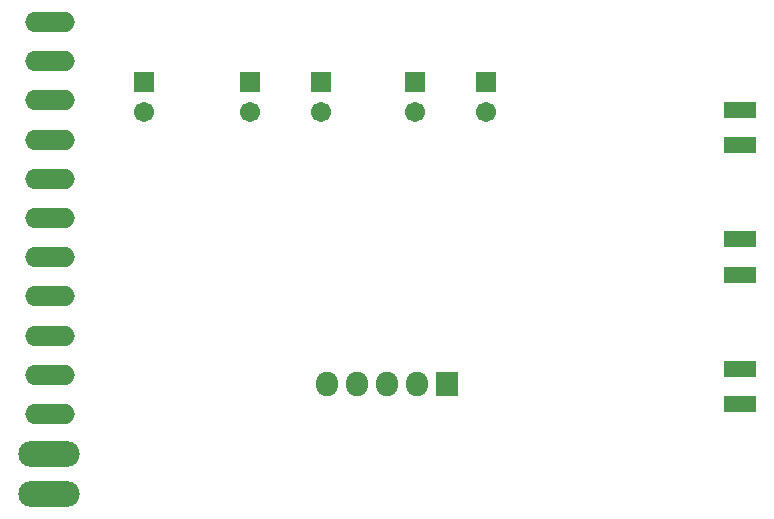
<source format=gbs>
G04*
G04 #@! TF.GenerationSoftware,Altium Limited,Altium Designer,21.3.2 (30)*
G04*
G04 Layer_Color=16711935*
%FSTAX24Y24*%
%MOIN*%
G70*
G04*
G04 #@! TF.SameCoordinates,A3F46B7C-A478-48B6-9C65-4A08B567271E*
G04*
G04*
G04 #@! TF.FilePolarity,Negative*
G04*
G01*
G75*
%ADD48R,0.1064X0.0552*%
%ADD52O,0.1655X0.0671*%
%ADD53O,0.0730X0.0830*%
%ADD54R,0.0730X0.0830*%
%ADD55O,0.2049X0.0867*%
%ADD56C,0.0671*%
%ADD57R,0.0671X0.0671*%
D48*
X040521Y016622D02*
D03*
Y015441D02*
D03*
Y020933D02*
D03*
Y019752D02*
D03*
Y025244D02*
D03*
Y024063D02*
D03*
D52*
X017527Y024256D02*
D03*
Y025563D02*
D03*
Y02687D02*
D03*
Y028177D02*
D03*
Y016413D02*
D03*
Y01772D02*
D03*
Y015106D02*
D03*
Y019028D02*
D03*
Y020335D02*
D03*
Y021642D02*
D03*
Y022949D02*
D03*
D53*
X026745Y016106D02*
D03*
X028765D02*
D03*
X029745D02*
D03*
X027755D02*
D03*
D54*
X030755D02*
D03*
D55*
X017495Y012453D02*
D03*
Y01376D02*
D03*
D56*
X020649Y025157D02*
D03*
X024192D02*
D03*
X026554D02*
D03*
X029704D02*
D03*
X032066D02*
D03*
D57*
X020649Y026157D02*
D03*
X024192D02*
D03*
X026554D02*
D03*
X029704D02*
D03*
X032066D02*
D03*
M02*

</source>
